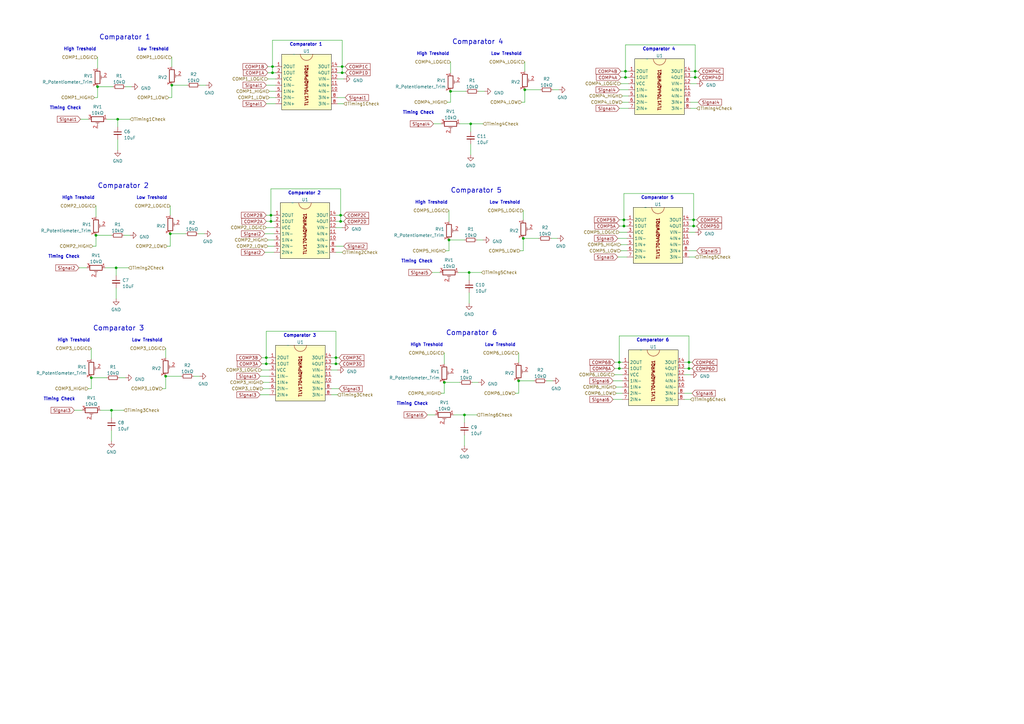
<source format=kicad_sch>
(kicad_sch (version 20230121) (generator eeschema)
  (paper "A3")
  (lib_symbols
    (symbol "ComparatorICs:TLV1704AQPWRQ1_"
      (property "Reference" "U" (at 0 10.16 0))
      (symbol "TLV1704AQPWRQ1__1_1"
        (rectangle (start -10.16 7.62) (end 10.16 -15.24) (stroke (width 0) (color 0 0 0 1)) (fill (type background)))
        (arc (start -2.54 7.62) (mid -1.7961 5.8239) (end 0 5.08))
        (arc (start 0 5.08) (mid 1.7961 5.8239) (end 2.54 7.62))
        (text "TLV1704AQPWRQ1" (at 0 -5.08 900) (effects (font (size 1.27 1.27) bold)))
        (pin open_collector line (at -12.7 2.54 0) (length 2.54) (name "2OUT") (number "1"))
        (pin input line (at 12.7 -7.62 180) (length 2.54) (name "4IN-") (number "10"))
        (pin input line (at 12.7 -5.08 180) (length 2.54) (name "4IN+") (number "11"))
        (pin power_in line (at 12.7 -2.54 180) (length 2.54) (name "VIN-") (number "12"))
        (pin open_collector line (at 12.7 0 180) (length 2.54) (name "4OUT") (number "13"))
        (pin open_collector line (at 12.7 2.54 180) (length 2.54) (name "3OUT") (number "14"))
        (pin open_collector line (at -12.7 0 0) (length 2.54) (name "1OUT") (number "2"))
        (pin power_in line (at -12.7 -2.54 0) (length 2.54) (name "VCC") (number "3"))
        (pin input line (at -12.7 -5.08 0) (length 2.54) (name "1IN-") (number "4"))
        (pin input line (at -12.7 -7.62 0) (length 2.54) (name "1IN+") (number "5"))
        (pin input line (at -12.7 -10.16 0) (length 2.54) (name "2IN-") (number "6"))
        (pin input line (at -12.7 -12.7 0) (length 2.54) (name "2IN+") (number "7"))
        (pin input line (at 12.7 -10.16 180) (length 2.54) (name "3IN+") (number "8"))
        (pin input line (at 12.7 -12.7 180) (length 2.54) (name "3IN-") (number "8"))
      )
    )
    (symbol "Device:C_Small" (pin_numbers hide) (pin_names (offset 0.254) hide)
      (property "Reference" "C" (at 0.254 1.778 0))
      (property "Value" "C_Small" (at 0.254 -2.032 0))
      (symbol "C_Small_0_1"
        (polyline (pts (xy -1.524 -0.508) (xy 1.524 -0.508)) (stroke (width 0.3302)))
        (polyline (pts (xy -1.524 0.508) (xy 1.524 0.508)) (stroke (width 0.3048)))
      )
      (symbol "C_Small_1_1"
        (pin passive line (at 0 2.54 270) (length 2.032) (name "~") (number "1"))
        (pin passive line (at 0 -2.54 90) (length 2.032) (name "~") (number "2"))
      )
    )
    (symbol "Device:R_Potentiometer_Trim" (pin_names (offset 1.016) hide)
      (property "Reference" "RV" (at -4.445 0 90))
      (property "Value" "R_Potentiometer_Trim" (at -2.54 0 90))
      (symbol "R_Potentiometer_Trim_0_1"
        (polyline (pts (xy 1.524 0.762) (xy 1.524 -0.762)))
        (polyline (pts (xy 2.54 0) (xy 1.524 0)))
        (rectangle (start 1.016 2.54) (end -1.016 -2.54) (stroke (width 0.254)))
      )
      (symbol "R_Potentiometer_Trim_1_1"
        (pin passive line (at 0 3.81 270) (length 1.27) (name "1") (number "1"))
        (pin passive line (at 3.81 0 180) (length 1.27) (name "2") (number "2"))
        (pin passive line (at 0 -3.81 90) (length 1.27) (name "3") (number "3"))
      )
    )
    (symbol "Device:R_Small" (pin_numbers hide) (pin_names (offset 0.254) hide)
      (property "Reference" "R" (at 0.762 0.508 0))
      (property "Value" "R_Small" (at 0.762 -1.016 0))
      (symbol "R_Small_0_1"
        (rectangle (start -0.762 1.778) (end 0.762 -1.778) (stroke (width 0.2032)))
      )
      (symbol "R_Small_1_1"
        (pin passive line (at 0 2.54 270) (length 0.762) (name "~") (number "1"))
        (pin passive line (at 0 -2.54 90) (length 0.762) (name "~") (number "2"))
      )
    )
    (symbol "power:GND" (power) (pin_names (offset 0))
      (property "Value" "GND" (at 0 -3.81 0))
      (symbol "GND_0_1"
        (polyline (pts (xy 0 0) (xy 0 -1.27) (xy 1.27 -1.27) (xy 0 -2.54) (xy -1.27 -1.27) (xy 0 -1.27)))
      )
      (symbol "GND_1_1"
        (pin power_in line (at 0 0 270) (length 0) hide (name "GND") (number "1"))
      )
    )
  )
  (junction (at 67.945 154.305))
  (junction (at 47.625 109.855))
  (junction (at 255.905 92.71))
  (junction (at 282.575 151.13))
  (junction (at 254 151.13))
  (junction (at 137.795 146.685))
  (junction (at 137.795 149.225))
  (junction (at 192.405 111.76))
  (junction (at 214.63 97.79))
  (junction (at 256.54 31.75))
  (junction (at 40.005 35.56))
  (junction (at 215.265 36.83))
  (junction (at 284.48 92.71))
  (junction (at 254 148.59))
  (junction (at 193.04 50.8))
  (junction (at 284.48 90.17))
  (junction (at 282.575 148.59))
  (junction (at 285.115 29.21))
  (junction (at 285.115 31.75))
  (junction (at 140.335 27.305))
  (junction (at 109.22 146.685))
  (junction (at 109.22 149.225))
  (junction (at 39.37 96.52))
  (junction (at 111.125 88.265))
  (junction (at 140.335 29.845))
  (junction (at 182.245 156.845))
  (junction (at 212.725 156.21))
  (junction (at 70.485 34.925))
  (junction (at 139.7 90.805))
  (junction (at 184.15 98.425))
  (junction (at 256.54 29.21))
  (junction (at 111.76 27.305))
  (junction (at 184.785 37.465))
  (junction (at 139.7 88.265))
  (junction (at 45.72 168.275))
  (junction (at 111.125 90.805))
  (junction (at 255.905 90.17))
  (junction (at 111.76 29.845))
  (junction (at 190.5 170.18))
  (junction (at 37.465 154.94))
  (junction (at 69.85 95.885))
  (junction (at 48.26 48.895))
  (wire (pts (xy 254.635 100.33) (xy 257.175 100.33)))
  (wire (pts (xy 254 148.59) (xy 255.27 148.59)))
  (wire (pts (xy 283.21 31.75) (xy 285.115 31.75)))
  (wire (pts (xy 193.04 50.8) (xy 198.12 50.8)))
  (wire (pts (xy 228.6 97.79) (xy 226.06 97.79)))
  (wire (pts (xy 109.22 88.265) (xy 111.125 88.265)))
  (wire (pts (xy 109.855 32.385) (xy 113.03 32.385)))
  (wire (pts (xy 47.625 109.855) (xy 52.705 109.855)))
  (wire (pts (xy 83.82 95.885) (xy 81.28 95.885)))
  (wire (pts (xy 84.455 34.925) (xy 81.915 34.925)))
  (wire (pts (xy 47.625 109.855) (xy 47.625 113.03)))
  (wire (pts (xy 37.465 142.875) (xy 37.465 147.32)))
  (wire (pts (xy 137.795 93.345) (xy 140.335 93.345)))
  (wire (pts (xy 109.22 93.345) (xy 112.395 93.345)))
  (wire (pts (xy 283.21 34.29) (xy 285.75 34.29)))
  (wire (pts (xy 106.68 154.305) (xy 110.49 154.305)))
  (wire (pts (xy 68.58 100.965) (xy 69.85 100.965)))
  (wire (pts (xy 254.635 34.29) (xy 257.81 34.29)))
  (wire (pts (xy 280.67 153.67) (xy 283.21 153.67)))
  (wire (pts (xy 139.7 77.47) (xy 139.7 88.265)))
  (wire (pts (xy 111.125 77.47) (xy 139.7 77.47)))
  (wire (pts (xy 282.575 102.87) (xy 285.75 102.87)))
  (wire (pts (xy 137.795 90.805) (xy 139.7 90.805)))
  (wire (pts (xy 140.335 16.51) (xy 140.335 27.305)))
  (wire (pts (xy 137.795 146.685) (xy 139.065 146.685)))
  (wire (pts (xy 188.595 50.8) (xy 193.04 50.8)))
  (wire (pts (xy 182.88 102.87) (xy 184.15 102.87)))
  (wire (pts (xy 255.905 90.17) (xy 255.905 92.71)))
  (wire (pts (xy 254.635 31.75) (xy 256.54 31.75)))
  (wire (pts (xy 137.795 100.965) (xy 140.97 100.965)))
  (wire (pts (xy 135.89 151.765) (xy 138.43 151.765)))
  (wire (pts (xy 140.335 27.305) (xy 141.605 27.305)))
  (wire (pts (xy 254 36.83) (xy 257.81 36.83)))
  (wire (pts (xy 43.815 48.895) (xy 48.26 48.895)))
  (wire (pts (xy 40.005 40.005) (xy 40.005 35.56)))
  (wire (pts (xy 252.73 158.75) (xy 255.27 158.75)))
  (wire (pts (xy 137.795 146.685) (xy 137.795 149.225)))
  (wire (pts (xy 135.89 161.925) (xy 138.43 161.925)))
  (wire (pts (xy 254 148.59) (xy 254 151.13)))
  (wire (pts (xy 39.37 100.965) (xy 39.37 96.52)))
  (wire (pts (xy 251.46 163.83) (xy 255.27 163.83)))
  (wire (pts (xy 137.795 88.265) (xy 139.7 88.265)))
  (wire (pts (xy 253.365 97.79) (xy 257.175 97.79)))
  (wire (pts (xy 182.245 156.845) (xy 188.595 156.845)))
  (wire (pts (xy 47.625 118.11) (xy 47.625 122.555)))
  (wire (pts (xy 190.5 170.18) (xy 190.5 173.355)))
  (wire (pts (xy 139.7 90.805) (xy 140.97 90.805)))
  (wire (pts (xy 111.125 88.265) (xy 112.395 88.265)))
  (wire (pts (xy 193.04 50.8) (xy 193.04 53.975)))
  (wire (pts (xy 186.055 170.18) (xy 190.5 170.18)))
  (wire (pts (xy 70.485 40.005) (xy 70.485 34.925)))
  (wire (pts (xy 36.195 159.385) (xy 37.465 159.385)))
  (wire (pts (xy 229.235 36.83) (xy 226.695 36.83)))
  (wire (pts (xy 254 90.17) (xy 255.905 90.17)))
  (wire (pts (xy 285.115 18.415) (xy 285.115 29.21)))
  (wire (pts (xy 70.485 23.495) (xy 70.485 27.305)))
  (wire (pts (xy 45.72 168.275) (xy 45.72 171.45)))
  (wire (pts (xy 254 148.59) (xy 254 137.795)))
  (wire (pts (xy 111.76 27.305) (xy 113.03 27.305)))
  (wire (pts (xy 252.095 148.59) (xy 254 148.59)))
  (wire (pts (xy 212.725 161.29) (xy 212.725 156.21)))
  (wire (pts (xy 252.095 151.13) (xy 254 151.13)))
  (wire (pts (xy 177.165 111.76) (xy 180.34 111.76)))
  (wire (pts (xy 198.12 98.425) (xy 195.58 98.425)))
  (wire (pts (xy 138.43 27.305) (xy 140.335 27.305)))
  (wire (pts (xy 67.945 142.875) (xy 67.945 146.685)))
  (wire (pts (xy 108.585 103.505) (xy 112.395 103.505)))
  (wire (pts (xy 183.515 41.91) (xy 184.785 41.91)))
  (wire (pts (xy 193.04 59.055) (xy 193.04 63.5)))
  (wire (pts (xy 282.575 151.13) (xy 283.845 151.13)))
  (wire (pts (xy 109.855 98.425) (xy 112.395 98.425)))
  (wire (pts (xy 280.67 151.13) (xy 282.575 151.13)))
  (wire (pts (xy 255.27 39.37) (xy 257.81 39.37)))
  (wire (pts (xy 252.73 161.29) (xy 255.27 161.29)))
  (wire (pts (xy 139.7 88.265) (xy 140.97 88.265)))
  (wire (pts (xy 37.465 154.94) (xy 43.815 154.94)))
  (wire (pts (xy 213.995 41.91) (xy 215.265 41.91)))
  (wire (pts (xy 255.905 90.17) (xy 255.905 79.375)))
  (wire (pts (xy 67.945 159.385) (xy 67.945 154.305)))
  (wire (pts (xy 256.54 29.21) (xy 256.54 18.415)))
  (wire (pts (xy 138.43 32.385) (xy 140.97 32.385)))
  (wire (pts (xy 196.215 156.845) (xy 193.675 156.845)))
  (wire (pts (xy 111.76 16.51) (xy 140.335 16.51)))
  (wire (pts (xy 109.22 149.225) (xy 110.49 149.225)))
  (wire (pts (xy 280.67 163.83) (xy 283.21 163.83)))
  (wire (pts (xy 283.21 29.21) (xy 285.115 29.21)))
  (wire (pts (xy 253.365 105.41) (xy 257.175 105.41)))
  (wire (pts (xy 33.02 48.895) (xy 36.195 48.895)))
  (wire (pts (xy 254 95.25) (xy 257.175 95.25)))
  (wire (pts (xy 66.675 159.385) (xy 67.945 159.385)))
  (wire (pts (xy 107.315 149.225) (xy 109.22 149.225)))
  (wire (pts (xy 137.795 135.89) (xy 137.795 146.685)))
  (wire (pts (xy 254 44.45) (xy 257.81 44.45)))
  (wire (pts (xy 182.245 144.78) (xy 182.245 149.225)))
  (wire (pts (xy 107.95 156.845) (xy 110.49 156.845)))
  (wire (pts (xy 254 92.71) (xy 255.905 92.71)))
  (wire (pts (xy 192.405 111.76) (xy 192.405 114.935)))
  (wire (pts (xy 256.54 29.21) (xy 257.81 29.21)))
  (wire (pts (xy 284.48 92.71) (xy 285.75 92.71)))
  (wire (pts (xy 215.265 25.4) (xy 215.265 29.21)))
  (wire (pts (xy 111.125 90.805) (xy 112.395 90.805)))
  (wire (pts (xy 214.63 97.79) (xy 220.98 97.79)))
  (wire (pts (xy 283.21 44.45) (xy 285.75 44.45)))
  (wire (pts (xy 140.335 29.845) (xy 141.605 29.845)))
  (wire (pts (xy 53.34 96.52) (xy 50.8 96.52)))
  (wire (pts (xy 180.975 161.29) (xy 182.245 161.29)))
  (wire (pts (xy 48.26 48.895) (xy 53.34 48.895)))
  (wire (pts (xy 70.485 34.925) (xy 76.835 34.925)))
  (wire (pts (xy 48.26 57.15) (xy 48.26 61.595)))
  (wire (pts (xy 109.22 34.925) (xy 113.03 34.925)))
  (wire (pts (xy 256.54 18.415) (xy 285.115 18.415)))
  (wire (pts (xy 255.905 90.17) (xy 257.175 90.17)))
  (wire (pts (xy 110.49 40.005) (xy 113.03 40.005)))
  (wire (pts (xy 108.585 95.885) (xy 112.395 95.885)))
  (wire (pts (xy 214.63 86.36) (xy 214.63 90.17)))
  (wire (pts (xy 255.905 79.375) (xy 284.48 79.375)))
  (wire (pts (xy 69.85 95.885) (xy 76.2 95.885)))
  (wire (pts (xy 135.89 149.225) (xy 137.795 149.225)))
  (wire (pts (xy 109.22 146.685) (xy 110.49 146.685)))
  (wire (pts (xy 254.635 102.87) (xy 257.175 102.87)))
  (wire (pts (xy 190.5 170.18) (xy 195.58 170.18)))
  (wire (pts (xy 107.315 146.685) (xy 109.22 146.685)))
  (wire (pts (xy 111.125 88.265) (xy 111.125 90.805)))
  (wire (pts (xy 226.695 156.21) (xy 224.155 156.21)))
  (wire (pts (xy 135.89 159.385) (xy 139.065 159.385)))
  (wire (pts (xy 107.95 159.385) (xy 110.49 159.385)))
  (wire (pts (xy 184.785 25.4) (xy 184.785 29.845)))
  (wire (pts (xy 111.76 29.845) (xy 113.03 29.845)))
  (wire (pts (xy 255.905 92.71) (xy 257.175 92.71)))
  (wire (pts (xy 282.575 148.59) (xy 282.575 151.13)))
  (wire (pts (xy 184.15 102.87) (xy 184.15 98.425)))
  (wire (pts (xy 39.37 84.455) (xy 39.37 88.9)))
  (wire (pts (xy 283.21 41.91) (xy 286.385 41.91)))
  (wire (pts (xy 107.315 151.765) (xy 110.49 151.765)))
  (wire (pts (xy 135.89 146.685) (xy 137.795 146.685)))
  (wire (pts (xy 254.635 29.21) (xy 256.54 29.21)))
  (wire (pts (xy 212.725 156.21) (xy 219.075 156.21)))
  (wire (pts (xy 45.72 176.53) (xy 45.72 180.975)))
  (wire (pts (xy 40.005 23.495) (xy 40.005 27.94)))
  (wire (pts (xy 51.435 154.94) (xy 48.895 154.94)))
  (wire (pts (xy 192.405 120.015) (xy 192.405 124.46)))
  (wire (pts (xy 175.26 170.18) (xy 178.435 170.18)))
  (wire (pts (xy 282.575 92.71) (xy 284.48 92.71)))
  (wire (pts (xy 138.43 29.845) (xy 140.335 29.845)))
  (wire (pts (xy 285.115 29.21) (xy 285.115 31.75)))
  (wire (pts (xy 109.22 42.545) (xy 113.03 42.545)))
  (wire (pts (xy 212.725 144.78) (xy 212.725 148.59)))
  (wire (pts (xy 254 137.795) (xy 282.575 137.795)))
  (wire (pts (xy 213.36 102.87) (xy 214.63 102.87)))
  (wire (pts (xy 137.795 103.505) (xy 140.335 103.505)))
  (wire (pts (xy 198.755 37.465) (xy 196.215 37.465)))
  (wire (pts (xy 109.22 146.685) (xy 109.22 149.225)))
  (wire (pts (xy 45.72 168.275) (xy 50.8 168.275)))
  (wire (pts (xy 81.915 154.305) (xy 79.375 154.305)))
  (wire (pts (xy 109.855 29.845) (xy 111.76 29.845)))
  (wire (pts (xy 138.43 40.005) (xy 141.605 40.005)))
  (wire (pts (xy 284.48 90.17) (xy 284.48 92.71)))
  (wire (pts (xy 282.575 95.25) (xy 285.115 95.25)))
  (wire (pts (xy 215.265 36.83) (xy 221.615 36.83)))
  (wire (pts (xy 37.465 159.385) (xy 37.465 154.94)))
  (wire (pts (xy 285.115 31.75) (xy 286.385 31.75)))
  (wire (pts (xy 38.1 100.965) (xy 39.37 100.965)))
  (wire (pts (xy 184.15 86.36) (xy 184.15 90.805)))
  (wire (pts (xy 41.275 168.275) (xy 45.72 168.275)))
  (wire (pts (xy 211.455 161.29) (xy 212.725 161.29)))
  (wire (pts (xy 285.115 29.21) (xy 286.385 29.21)))
  (wire (pts (xy 282.575 148.59) (xy 283.845 148.59)))
  (wire (pts (xy 111.125 88.265) (xy 111.125 77.47)))
  (wire (pts (xy 53.975 35.56) (xy 51.435 35.56)))
  (wire (pts (xy 67.945 154.305) (xy 74.295 154.305)))
  (wire (pts (xy 138.43 42.545) (xy 140.97 42.545)))
  (wire (pts (xy 184.15 98.425) (xy 190.5 98.425)))
  (wire (pts (xy 215.265 41.91) (xy 215.265 36.83)))
  (wire (pts (xy 252.095 153.67) (xy 255.27 153.67)))
  (wire (pts (xy 254 151.13) (xy 255.27 151.13)))
  (wire (pts (xy 111.76 27.305) (xy 111.76 29.845)))
  (wire (pts (xy 256.54 31.75) (xy 257.81 31.75)))
  (wire (pts (xy 192.405 111.76) (xy 197.485 111.76)))
  (wire (pts (xy 251.46 156.21) (xy 255.27 156.21)))
  (wire (pts (xy 184.785 41.91) (xy 184.785 37.465)))
  (wire (pts (xy 32.385 109.855) (xy 35.56 109.855)))
  (wire (pts (xy 38.735 40.005) (xy 40.005 40.005)))
  (wire (pts (xy 30.48 168.275) (xy 33.655 168.275)))
  (wire (pts (xy 280.67 161.29) (xy 283.845 161.29)))
  (wire (pts (xy 282.575 105.41) (xy 285.115 105.41)))
  (wire (pts (xy 110.49 37.465) (xy 113.03 37.465)))
  (wire (pts (xy 256.54 29.21) (xy 256.54 31.75)))
  (wire (pts (xy 111.76 27.305) (xy 111.76 16.51)))
  (wire (pts (xy 109.22 135.89) (xy 137.795 135.89)))
  (wire (pts (xy 139.7 88.265) (xy 139.7 90.805)))
  (wire (pts (xy 69.85 84.455) (xy 69.85 88.265)))
  (wire (pts (xy 109.855 27.305) (xy 111.76 27.305)))
  (wire (pts (xy 190.5 178.435) (xy 190.5 182.88)))
  (wire (pts (xy 187.96 111.76) (xy 192.405 111.76)))
  (wire (pts (xy 177.8 50.8) (xy 180.975 50.8)))
  (wire (pts (xy 106.68 161.925) (xy 110.49 161.925)))
  (wire (pts (xy 39.37 96.52) (xy 45.72 96.52)))
  (wire (pts (xy 40.005 35.56) (xy 46.355 35.56)))
  (wire (pts (xy 137.795 149.225) (xy 139.065 149.225)))
  (wire (pts (xy 284.48 90.17) (xy 285.75 90.17)))
  (wire (pts (xy 109.855 100.965) (xy 112.395 100.965)))
  (wire (pts (xy 109.22 90.805) (xy 111.125 90.805)))
  (wire (pts (xy 255.27 41.91) (xy 257.81 41.91)))
  (wire (pts (xy 284.48 79.375) (xy 284.48 90.17)))
  (wire (pts (xy 214.63 102.87) (xy 214.63 97.79)))
  (wire (pts (xy 182.245 161.29) (xy 182.245 156.845)))
  (wire (pts (xy 109.22 146.685) (xy 109.22 135.89)))
  (wire (pts (xy 282.575 90.17) (xy 284.48 90.17)))
  (wire (pts (xy 280.67 148.59) (xy 282.575 148.59)))
  (wire (pts (xy 69.215 40.005) (xy 70.485 40.005)))
  (wire (pts (xy 282.575 137.795) (xy 282.575 148.59)))
  (wire (pts (xy 48.26 48.895) (xy 48.26 52.07)))
  (wire (pts (xy 140.335 27.305) (xy 140.335 29.845)))
  (wire (pts (xy 69.85 100.965) (xy 69.85 95.885)))
  (wire (pts (xy 184.785 37.465) (xy 191.135 37.465)))
  (wire (pts (xy 43.18 109.855) (xy 47.625 109.855)))
  (text "Comparator 3" (at 116.205 138.43 0) (effects (font (size 1.27 1.27) (thickness 0.254) bold) (justify left bottom)))
  (text "Timing Check\n" (at 162.56 166.37 0) (effects (font (size 1.27 1.27) (thickness 0.254) bold) (justify left bottom)))
  (text "Timing Check\n" (at 19.685 106.045 0) (effects (font (size 1.27 1.27) (thickness 0.254) bold) (justify left bottom)))
  (text "Comparator 2" (at 118.11 80.01 0) (effects (font (size 1.27 1.27) (thickness 0.254) bold) (justify left bottom)))
  (text "Comparator 4" (at 263.525 20.955 0) (effects (font (size 1.27 1.27) (thickness 0.254) bold) (justify left bottom)))
  (text "Comparator 1" (at 40.64 16.51 0) (effects (font (size 2 2) (thickness 0.254) bold) (justify left bottom)))
  (text "Low Treshold" (at 198.755 142.24 0) (effects (font (size 1.27 1.27) (thickness 0.254) bold) (justify left bottom)))
  (text "Comparator 1" (at 118.745 19.05 0) (effects (font (size 1.27 1.27) (thickness 0.254) bold) (justify left bottom)))
  (text "Low Treshold" (at 201.295 22.86 0) (effects (font (size 1.27 1.27) (thickness 0.254) bold) (justify left bottom)))
  (text "Comparator 4" (at 185.42 18.415 0) (effects (font (size 2 2) (thickness 0.254) bold) (justify left bottom)))
  (text "Comparator 6\n" (at 260.985 140.335 0) (effects (font (size 1.27 1.27) (thickness 0.254) bold) (justify left bottom)))
  (text "High Treshold" (at 170.18 83.82 0) (effects (font (size 1.27 1.27) (thickness 0.254) bold) (justify left bottom)))
  (text "High Treshold" (at 23.495 140.335 0) (effects (font (size 1.27 1.27) (thickness 0.254) bold) (justify left bottom)))
  (text "Timing Check\n" (at 165.1 46.99 0) (effects (font (size 1.27 1.27) (thickness 0.254) bold) (justify left bottom)))
  (text "Comparator 3" (at 38.1 135.89 0) (effects (font (size 2 2) (thickness 0.254) bold) (justify left bottom)))
  (text "Timing Check\n" (at 17.78 164.465 0) (effects (font (size 1.27 1.27) (thickness 0.254) bold) (justify left bottom)))
  (text "Comparator 6" (at 182.88 137.795 0) (effects (font (size 2 2) (thickness 0.254) bold) (justify left bottom)))
  (text "Timing Check\n" (at 164.465 107.95 0) (effects (font (size 1.27 1.27) (thickness 0.254) bold) (justify left bottom)))
  (text "Timing Check\n" (at 20.32 45.085 0) (effects (font (size 1.27 1.27) (thickness 0.254) bold) (justify left bottom)))
  (text "Comparator 5" (at 184.785 79.375 0) (effects (font (size 2 2) (thickness 0.254) bold) (justify left bottom)))
  (text "Comparator 5" (at 262.89 81.915 0) (effects (font (size 1.27 1.27) (thickness 0.254) bold) (justify left bottom)))
  (text "Comparator 2" (at 40.005 77.47 0) (effects (font (size 2 2) (thickness 0.254) bold) (justify left bottom)))
  (text "Low Treshold" (at 56.515 20.955 0) (effects (font (size 1.27 1.27) (thickness 0.254) bold) (justify left bottom)))
  (text "High Treshold" (at 26.035 20.955 0) (effects (font (size 1.27 1.27) (thickness 0.254) bold) (justify left bottom)))
  (text "High Treshold" (at 25.4 81.915 0) (effects (font (size 1.27 1.27) (thickness 0.254) bold) (justify left bottom)))
  (text "Low Treshold" (at 53.975 140.335 0) (effects (font (size 1.27 1.27) (thickness 0.254) bold) (justify left bottom)))
  (text "Low Treshold" (at 200.66 83.82 0) (effects (font (size 1.27 1.27) (thickness 0.254) bold) (justify left bottom)))
  (text "High Treshold" (at 170.815 22.86 0) (effects (font (size 1.27 1.27) (thickness 0.254) bold) (justify left bottom)))
  (text "High Treshold" (at 168.275 142.24 0) (effects (font (size 1.27 1.27) (thickness 0.254) bold) (justify left bottom)))
  (text "Low Treshold" (at 55.88 81.915 0) (effects (font (size 1.27 1.27) (thickness 0.254) bold) (justify left bottom)))
  (global_label "Signal1" (shape input) (at 33.02 48.895 180) (property "Intersheetrefs" "${INTERSHEET_REFS}" (effects hide)))
  (global_label "COMP5B" (shape input) (at 254 90.17 180) (property "Intersheetrefs" "${INTERSHEET_REFS}" (effects hide)))
  (global_label "Signal6" (shape input) (at 251.46 156.21 180) (property "Intersheetrefs" "${INTERSHEET_REFS}" (effects hide)))
  (global_label "COMP4B" (shape input) (at 254.635 29.21 180) (property "Intersheetrefs" "${INTERSHEET_REFS}" (effects hide)))
  (global_label "COMP6C" (shape input) (at 283.845 148.59 0) (property "Intersheetrefs" "${INTERSHEET_REFS}" (effects hide)))
  (global_label "Signal3" (shape input) (at 139.065 159.385 0) (property "Intersheetrefs" "${INTERSHEET_REFS}" (effects hide)))
  (global_label "Signal3" (shape input) (at 106.68 161.925 180) (property "Intersheetrefs" "${INTERSHEET_REFS}" (effects hide)))
  (global_label "COMP5C" (shape input) (at 285.75 90.17 0) (property "Intersheetrefs" "${INTERSHEET_REFS}" (effects hide)))
  (global_label "Signal4" (shape input) (at 177.8 50.8 180) (property "Intersheetrefs" "${INTERSHEET_REFS}" (effects hide)))
  (global_label "Signal1" (shape input) (at 141.605 40.005 0) (property "Intersheetrefs" "${INTERSHEET_REFS}" (effects hide)))
  (global_label "COMP1D" (shape input) (at 141.605 29.845 0) (property "Intersheetrefs" "${INTERSHEET_REFS}" (effects hide)))
  (global_label "Signal5" (shape input) (at 253.365 105.41 180) (property "Intersheetrefs" "${INTERSHEET_REFS}" (effects hide)))
  (global_label "COMP4D" (shape input) (at 286.385 31.75 0) (property "Intersheetrefs" "${INTERSHEET_REFS}" (effects hide)))
  (global_label "Signal4" (shape input) (at 286.385 41.91 0) (property "Intersheetrefs" "${INTERSHEET_REFS}" (effects hide)))
  (global_label "Signal3" (shape input) (at 30.48 168.275 180) (property "Intersheetrefs" "${INTERSHEET_REFS}" (effects hide)))
  (global_label "COMP3D" (shape input) (at 139.065 149.225 0) (property "Intersheetrefs" "${INTERSHEET_REFS}" (effects hide)))
  (global_label "COMP6B" (shape input) (at 252.095 148.59 180) (property "Intersheetrefs" "${INTERSHEET_REFS}" (effects hide)))
  (global_label "COMP1C" (shape input) (at 141.605 27.305 0) (property "Intersheetrefs" "${INTERSHEET_REFS}" (effects hide)))
  (global_label "Signal2" (shape input) (at 140.97 100.965 0) (property "Intersheetrefs" "${INTERSHEET_REFS}" (effects hide)))
  (global_label "COMP2D" (shape input) (at 140.97 90.805 0) (property "Intersheetrefs" "${INTERSHEET_REFS}" (effects hide)))
  (global_label "COMP3A" (shape input) (at 107.315 149.225 180) (property "Intersheetrefs" "${INTERSHEET_REFS}" (effects hide)))
  (global_label "COMP6A" (shape input) (at 252.095 151.13 180) (property "Intersheetrefs" "${INTERSHEET_REFS}" (effects hide)))
  (global_label "COMP3B" (shape input) (at 107.315 146.685 180) (property "Intersheetrefs" "${INTERSHEET_REFS}" (effects hide)))
  (global_label "COMP2A" (shape input) (at 109.22 90.805 180) (property "Intersheetrefs" "${INTERSHEET_REFS}" (effects hide)))
  (global_label "COMP5A" (shape input) (at 254 92.71 180) (property "Intersheetrefs" "${INTERSHEET_REFS}" (effects hide)))
  (global_label "Signal1" (shape input) (at 109.22 42.545 180) (property "Intersheetrefs" "${INTERSHEET_REFS}" (effects hide)))
  (global_label "Signal3" (shape input) (at 106.68 154.305 180) (property "Intersheetrefs" "${INTERSHEET_REFS}" (effects hide)))
  (global_label "Signal4" (shape input) (at 254 44.45 180) (property "Intersheetrefs" "${INTERSHEET_REFS}" (effects hide)))
  (global_label "COMP5D" (shape input) (at 285.75 92.71 0) (property "Intersheetrefs" "${INTERSHEET_REFS}" (effects hide)))
  (global_label "Signal5" (shape input) (at 253.365 97.79 180) (property "Intersheetrefs" "${INTERSHEET_REFS}" (effects hide)))
  (global_label "COMP1B" (shape input) (at 109.855 27.305 180) (property "Intersheetrefs" "${INTERSHEET_REFS}" (effects hide)))
  (global_label "Signal1" (shape input) (at 109.22 34.925 180) (property "Intersheetrefs" "${INTERSHEET_REFS}" (effects hide)))
  (global_label "Signal6" (shape input) (at 283.845 161.29 0) (property "Intersheetrefs" "${INTERSHEET_REFS}" (effects hide)))
  (global_label "COMP6D" (shape input) (at 283.845 151.13 0) (property "Intersheetrefs" "${INTERSHEET_REFS}" (effects hide)))
  (global_label "Signal2" (shape input) (at 32.385 109.855 180) (property "Intersheetrefs" "${INTERSHEET_REFS}" (effects hide)))
  (global_label "Signal2" (shape input) (at 108.585 95.885 180) (property "Intersheetrefs" "${INTERSHEET_REFS}" (effects hide)))
  (global_label "COMP1A" (shape input) (at 109.855 29.845 180) (property "Intersheetrefs" "${INTERSHEET_REFS}" (effects hide)))
  (global_label "COMP2C" (shape input) (at 140.97 88.265 0) (property "Intersheetrefs" "${INTERSHEET_REFS}" (effects hide)))
  (global_label "Signal5" (shape input) (at 177.165 111.76 180) (property "Intersheetrefs" "${INTERSHEET_REFS}" (effects hide)))
  (global_label "Signal5" (shape input) (at 285.75 102.87 0) (property "Intersheetrefs" "${INTERSHEET_REFS}" (effects hide)))
  (global_label "Signal4" (shape input) (at 254 36.83 180) (property "Intersheetrefs" "${INTERSHEET_REFS}" (effects hide)))
  (global_label "COMP4C" (shape input) (at 286.385 29.21 0) (property "Intersheetrefs" "${INTERSHEET_REFS}" (effects hide)))
  (global_label "Signal2" (shape input) (at 108.585 103.505 180) (property "Intersheetrefs" "${INTERSHEET_REFS}" (effects hide)))
  (global_label "Signal6" (shape input) (at 175.26 170.18 180) (property "Intersheetrefs" "${INTERSHEET_REFS}" (effects hide)))
  (global_label "Signal6" (shape input) (at 251.46 163.83 180) (property "Intersheetrefs" "${INTERSHEET_REFS}" (effects hide)))
  (global_label "COMP2B" (shape input) (at 109.22 88.265 180) (property "Intersheetrefs" "${INTERSHEET_REFS}" (effects hide)))
  (global_label "COMP3C" (shape input) (at 139.065 146.685 0) (property "Intersheetrefs" "${INTERSHEET_REFS}" (effects hide)))
  (global_label "COMP4A" (shape input) (at 254.635 31.75 180) (property "Intersheetrefs" "${INTERSHEET_REFS}" (effects hide)))
  (hierarchical_label "Timing3Check" (shape input) (at 138.43 161.925 0) (property "Intersheetrefs" "${INTERSHEET_REFS}" (effects hide)))
  (hierarchical_label "Timing3Check" (shape input) (at 50.8 168.275 0) (property "Intersheetrefs" "${INTERSHEET_REFS}" (effects hide)))
  (hierarchical_label "COMP4_LOGIC" (shape input) (at 254.635 34.29 180) (property "Intersheetrefs" "${INTERSHEET_REFS}" (effects hide)))
  (hierarchical_label "COMP5_LOGIC" (shape input) (at 254 95.25 180) (property "Intersheetrefs" "${INTERSHEET_REFS}" (effects hide)))
  (hierarchical_label "COMP3_LOW" (shape input) (at 107.95 159.385 180) (property "Intersheetrefs" "${INTERSHEET_REFS}" (effects hide)))
  (hierarchical_label "COMP3_LOGIC" (shape input) (at 67.945 142.875 180) (property "Intersheetrefs" "${INTERSHEET_REFS}" (effects hide)))
  (hierarchical_label "COMP6_LOGIC" (shape input) (at 212.725 144.78 180) (property "Intersheetrefs" "${INTERSHEET_REFS}" (effects hide)))
  (hierarchical_label "COMP2_HIGH" (shape input) (at 109.855 98.425 180) (property "Intersheetrefs" "${INTERSHEET_REFS}" (effects hide)))
  (hierarchical_label "COMP5_HIGH" (shape input) (at 182.88 102.87 180) (property "Intersheetrefs" "${INTERSHEET_REFS}" (effects hide)))
  (hierarchical_label "Timing6Check" (shape input) (at 283.21 163.83 0) (property "Intersheetrefs" "${INTERSHEET_REFS}" (effects hide)))
  (hierarchical_label "COMP4_LOW" (shape input) (at 255.27 41.91 180) (property "Intersheetrefs" "${INTERSHEET_REFS}" (effects hide)))
  (hierarchical_label "COMP1_HIGH" (shape input) (at 110.49 37.465 180) (property "Intersheetrefs" "${INTERSHEET_REFS}" (effects hide)))
  (hierarchical_label "COMP2_LOW" (shape input) (at 68.58 100.965 180) (property "Intersheetrefs" "${INTERSHEET_REFS}" (effects hide)))
  (hierarchical_label "COMP6_LOGIC" (shape input) (at 252.095 153.67 180) (property "Intersheetrefs" "${INTERSHEET_REFS}" (effects hide)))
  (hierarchical_label "COMP5_HIGH" (shape input) (at 254.635 100.33 180) (property "Intersheetrefs" "${INTERSHEET_REFS}" (effects hide)))
  (hierarchical_label "COMP1_LOGIC" (shape input) (at 70.485 23.495 180) (property "Intersheetrefs" "${INTERSHEET_REFS}" (effects hide)))
  (hierarchical_label "COMP3_HIGH" (shape input) (at 107.95 156.845 180) (property "Intersheetrefs" "${INTERSHEET_REFS}" (effects hide)))
  (hierarchical_label "COMP2_LOW" (shape input) (at 109.855 100.965 180) (property "Intersheetrefs" "${INTERSHEET_REFS}" (effects hide)))
  (hierarchical_label "Timing4Check" (shape input) (at 198.12 50.8 0) (property "Intersheetrefs" "${INTERSHEET_REFS}" (effects hide)))
  (hierarchical_label "COMP4_LOGIC" (shape input) (at 184.785 25.4 180) (property "Intersheetrefs" "${INTERSHEET_REFS}" (effects hide)))
  (hierarchical_label "Timing5Check" (shape input) (at 197.485 111.76 0) (property "Intersheetrefs" "${INTERSHEET_REFS}" (effects hide)))
  (hierarchical_label "COMP4_LOW" (shape input) (at 213.995 41.91 180) (property "Intersheetrefs" "${INTERSHEET_REFS}" (effects hide)))
  (hierarchical_label "COMP3_LOGIC" (shape input) (at 107.315 151.765 180) (property "Intersheetrefs" "${INTERSHEET_REFS}" (effects hide)))
  (hierarchical_label "Timing2Check" (shape input) (at 140.335 103.505 0) (property "Intersheetrefs" "${INTERSHEET_REFS}" (effects hide)))
  (hierarchical_label "COMP1_LOW" (shape input) (at 69.215 40.005 180) (property "Intersheetrefs" "${INTERSHEET_REFS}" (effects hide)))
  (hierarchical_label "COMP1_LOGIC" (shape input) (at 109.855 32.385 180) (property "Intersheetrefs" "${INTERSHEET_REFS}" (effects hide)))
  (hierarchical_label "COMP5_LOW" (shape input) (at 213.36 102.87 180) (property "Intersheetrefs" "${INTERSHEET_REFS}" (effects hide)))
  (hierarchical_label "COMP5_LOGIC" (shape input) (at 184.15 86.36 180) (property "Intersheetrefs" "${INTERSHEET_REFS}" (effects hide)))
  (hierarchical_label "COMP4_HIGH" (shape input) (at 255.27 39.37 180) (property "Intersheetrefs" "${INTERSHEET_REFS}" (effects hide)))
  (hierarchical_label "COMP1_HIGH" (shape input) (at 38.735 40.005 180) (property "Intersheetrefs" "${INTERSHEET_REFS}" (effects hide)))
  (hierarchical_label "Timing5Check" (shape input) (at 285.115 105.41 0) (property "Intersheetrefs" "${INTERSHEET_REFS}" (effects hide)))
  (hierarchical_label "COMP4_HIGH" (shape input) (at 183.515 41.91 180) (property "Intersheetrefs" "${INTERSHEET_REFS}" (effects hide)))
  (hierarchical_label "Timing4Check" (shape input) (at 285.75 44.45 0) (property "Intersheetrefs" "${INTERSHEET_REFS}" (effects hide)))
  (hierarchical_label "COMP1_LOGIC" (shape input) (at 40.005 23.495 180) (property "Intersheetrefs" "${INTERSHEET_REFS}" (effects hide)))
  (hierarchical_label "COMP6_LOW" (shape input) (at 211.455 161.29 180) (property "Intersheetrefs" "${INTERSHEET_REFS}" (effects hide)))
  (hierarchical_label "COMP2_LOGIC" (shape input) (at 69.85 84.455 180) (property "Intersheetrefs" "${INTERSHEET_REFS}" (effects hide)))
  (hierarchical_label "COMP6_HIGH" (shape input) (at 180.975 161.29 180) (property "Intersheetrefs" "${INTERSHEET_REFS}" (effects hide)))
  (hierarchical_label "COMP4_LOGIC" (shape input) (at 215.265 25.4 180) (property "Intersheetrefs" "${INTERSHEET_REFS}" (effects hide)))
  (hierarchical_label "COMP2_LOGIC" (shape input) (at 109.22 93.345 180) (property "Intersheetrefs" "${INTERSHEET_REFS}" (effects hide)))
  (hierarchical_label "COMP6_HIGH" (shape input) (at 252.73 158.75 180) (property "Intersheetrefs" "${INTERSHEET_REFS}" (effects hide)))
  (hierarchical_label "Timing2Check" (shape input) (at 52.705 109.855 0) (property "Intersheetrefs" "${INTERSHEET_REFS}" (effects hide)))
  (hierarchical_label "COMP3_LOGIC" (shape input) (at 37.465 142.875 180) (property "Intersheetrefs" "${INTERSHEET_REFS}" (effects hide)))
  (hierarchical_label "Timing1Check" (shape input) (at 140.97 42.545 0) (property "Intersheetrefs" "${INTERSHEET_REFS}" (effects hide)))
  (hierarchical_label "Timing1Check" (shape input) (at 53.34 48.895 0) (property "Intersheetrefs" "${INTERSHEET_REFS}" (effects hide)))
  (hierarchical_label "COMP3_HIGH" (shape input) (at 36.195 159.385 180) (property "Intersheetrefs" "${INTERSHEET_REFS}" (effects hide)))
  (hierarchical_label "COMP3_LOW" (shape input) (at 66.675 159.385 180) (property "Intersheetrefs" "${INTERSHEET_REFS}" (effects hide)))
  (hierarchical_label "COMP6_LOW" (shape input) (at 252.73 161.29 180) (property "Intersheetrefs" "${INTERSHEET_REFS}" (effects hide)))
  (hierarchical_label "COMP5_LOW" (shape input) (at 254.635 102.87 180) (property "Intersheetrefs" "${INTERSHEET_REFS}" (effects hide)))
  (hierarchical_label "Timing6Check" (shape input) (at 195.58 170.18 0) (property "Intersheetrefs" "${INTERSHEET_REFS}" (effects hide)))
  (hierarchical_label "COMP2_HIGH" (shape input) (at 38.1 100.965 180) (property "Intersheetrefs" "${INTERSHEET_REFS}" (effects hide)))
  (hierarchical_label "COMP5_LOGIC" (shape input) (at 214.63 86.36 180) (property "Intersheetrefs" "${INTERSHEET_REFS}" (effects hide)))
  (hierarchical_label "COMP1_LOW" (shape input) (at 110.49 40.005 180) (property "Intersheetrefs" "${INTERSHEET_REFS}" (effects hide)))
  (hierarchical_label "COMP2_LOGIC" (shape input) (at 39.37 84.455 180) (property "Intersheetrefs" "${INTERSHEET_REFS}" (effects hide)))
  (hierarchical_label "COMP6_LOGIC" (shape input) (at 182.245 144.78 180) (property "Intersheetrefs" "${INTERSHEET_REFS}" (effects hide)))
  (symbol (lib_id "Device:R_Potentiometer_Trim") (at 214.63 93.98 0) (unit 1)
    (property "Reference" "RV2" (at 212.725 94.615 0) (effects (justify right)))
    (property "Value" "R_Potentiometer_Trim" (effects hide))
    (property "Footprint" "Potentiometer_THT:Potentiometer_Alpha_RD901F-40-00D_Single_Vertical_CircularHoles" (effects hide))
    (instances (project "UTCB" (path "" (reference "RV2") (unit 1)) (path "" (reference "RV17") (unit 1))))
  )
  (symbol (lib_id "Device:C_Small") (at 45.72 173.99 0) (unit 1)
    (property "Reference" "C8" (at 48.26 173.3613 0) (effects (justify left)))
    (property "Value" "10uF" (at 48.26 175.9013 0) (effects (justify left)))
    (property "Footprint" "Capacitor_SMD:C_0603_1608Metric" (effects hide))
  )
  (symbol (lib_id "power:GND") (at 198.755 37.465 90) (unit 1)
    (property "Reference" "#PWR012" (effects hide))
    (property "Value" "GND" (at 202.565 38.1 90) (effects (justify right)))
    (instances (project "UTCB" (path "" (reference "#PWR012") (unit 1)) (path "" (reference "#PWR0128") (unit 1))))
  )
  (symbol (lib_id "power:GND") (at 138.43 151.765 90) (unit 1)
    (property "Reference" "#PWR012" (effects hide))
    (property "Value" "GND" (at 142.24 152.4 90) (effects (justify right)))
    (instances (project "UTCB" (path "" (reference "#PWR012") (unit 1)) (path "" (reference "#PWR0122") (unit 1))))
  )
  (symbol (lib_id "Device:R_Potentiometer_Trim") (at 184.15 94.615 0) (unit 1)
    (property "Reference" "RV1" (at 182.245 93.98 0) (effects (justify right)))
    (property "Value" "R_Potentiometer_Trim" (at 182.245 96.52 0) (effects (justify right)))
    (property "Footprint" "Potentiometer_THT:Potentiometer_Alpha_RD901F-40-00D_Single_Vertical_CircularHoles" (effects hide))
    (instances (project "UTCB" (path "" (reference "RV1") (unit 1)) (path "" (reference "RV12") (unit 1))))
  )
  (symbol (lib_id "power:GND") (at 45.72 180.975 0) (unit 1)
    (property "Reference" "#PWR012" (effects hide))
    (property "Value" "GND" (at 45.72 185.42 0))
    (instances (project "UTCB" (path "" (reference "#PWR012") (unit 1)) (path "" (reference "#PWR0119") (unit 1))))
  )
  (symbol (lib_id "power:GND") (at 228.6 97.79 90) (unit 1)
    (property "Reference" "#PWR012" (effects hide))
    (property "Value" "GND" (at 227.965 100.965 90) (effects (justify right)))
    (instances (project "UTCB" (path "" (reference "#PWR012") (unit 1)) (path "" (reference "#PWR0130") (unit 1))))
  )
  (symbol (lib_id "Device:R_Small") (at 48.895 35.56 90) (unit 1)
    (property "Reference" "R1" (at 48.895 31.115 90))
    (property "Value" "10kΩ" (at 48.895 33.655 90))
    (property "Footprint" "Resistor_SMD:R_0603_1608Metric" (effects hide))
  )
  (symbol (lib_id "power:GND") (at 193.04 63.5 0) (unit 1)
    (property "Reference" "#PWR012" (effects hide))
    (property "Value" "GND" (at 193.04 67.945 0))
    (instances (project "UTCB" (path "" (reference "#PWR012") (unit 1)) (path "" (reference "#PWR0125") (unit 1))))
  )
  (symbol (lib_id "power:GND") (at 81.915 154.305 90) (unit 1)
    (property "Reference" "#PWR012" (effects hide))
    (property "Value" "GND" (at 81.28 157.48 90) (effects (justify right)))
    (instances (project "UTCB" (path "" (reference "#PWR012") (unit 1)) (path "" (reference "#PWR0121") (unit 1))))
  )
  (symbol (lib_id "Device:R_Potentiometer_Trim") (at 184.785 33.655 0) (unit 1)
    (property "Reference" "RV1" (at 182.88 33.02 0) (effects (justify right)))
    (property "Value" "R_Potentiometer_Trim" (at 182.88 35.56 0) (effects (justify right)))
    (property "Footprint" "Potentiometer_THT:Potentiometer_Alpha_RD901F-40-00D_Single_Vertical_CircularHoles" (effects hide))
    (instances (project "UTCB" (path "" (reference "RV1") (unit 1)) (path "" (reference "RV14") (unit 1))))
  )
  (symbol (lib_id "ComparatorICs:TLV1704AQPWRQ1_") (at 125.73 29.845 0) (unit 1)
    (property "Reference" "U1" (at 125.73 20.955 0))
    (property "Value" "~" (at 120.65 22.225 0))
    (property "Footprint" "Package_SO:HTSSOP-14-1EP_4.4x5mm_P0.65mm_EP3.4x5mm_Mask3x3.1mm" (effects hide))
    (property "Datasheet" "https://www.ti.com/lit/ds/symlink/tlv1702-q1.pdf?HQS=dis-mous-null-mousermode-dsf-pf-null-wwe&ts=1677477427411&ref_url=https%253A%252F%252Fwww.mouser.com%252F" (effects hide))
  )
  (symbol (lib_id "Device:C_Small") (at 193.04 56.515 0) (unit 1)
    (property "Reference" "C11" (at 195.58 55.8863 0) (effects (justify left)))
    (property "Value" "10uF" (at 195.58 58.4263 0) (effects (justify left)))
    (property "Footprint" "Capacitor_SMD:C_0603_1608Metric" (effects hide))
  )
  (symbol (lib_id "power:GND") (at 285.75 34.29 90) (unit 1)
    (property "Reference" "#PWR012" (effects hide))
    (property "Value" "GND" (at 289.56 34.925 90) (effects (justify right)))
    (instances (project "UTCB" (path "" (reference "#PWR012") (unit 1)) (path "" (reference "#PWR0134") (unit 1))))
  )
  (symbol (lib_id "power:GND") (at 53.975 35.56 90) (unit 1)
    (property "Reference" "#PWR012" (effects hide))
    (property "Value" "GND" (at 57.785 36.195 90) (effects (justify right)))
    (instances (project "UTCB" (path "" (reference "#PWR012") (unit 1)) (path "" (reference "#PWR0117") (unit 1))))
  )
  (symbol (lib_id "Device:R_Potentiometer_Trim") (at 37.465 168.275 270) (unit 1)
    (property "Reference" "RV1" (at 37.465 163.195 90))
    (property "Value" "10kΩ" (at 37.465 165.735 90))
    (property "Footprint" "Potentiometer_THT:Potentiometer_Alpha_RD901F-40-00D_Single_Vertical_CircularHoles" (effects hide))
    (instances (project "UTCB" (path "" (reference "RV1") (unit 1)) (path "" (reference "RV8") (unit 1))))
  )
  (symbol (lib_id "Device:R_Potentiometer_Trim") (at 182.245 153.035 0) (unit 1)
    (property "Reference" "RV1" (at 180.34 152.4 0) (effects (justify right)))
    (property "Value" "R_Potentiometer_Trim" (at 180.34 154.94 0) (effects (justify right)))
    (property "Footprint" "Potentiometer_THT:Potentiometer_Alpha_RD901F-40-00D_Single_Vertical_CircularHoles" (effects hide))
    (instances (project "UTCB" (path "" (reference "RV1") (unit 1)) (path "" (reference "RV10") (unit 1))))
  )
  (symbol (lib_id "power:GND") (at 190.5 182.88 0) (unit 1)
    (property "Reference" "#PWR012" (effects hide))
    (property "Value" "GND" (at 190.5 187.325 0))
    (instances (project "UTCB" (path "" (reference "#PWR012") (unit 1)) (path "" (reference "#PWR0123") (unit 1))))
  )
  (symbol (lib_id "power:GND") (at 196.215 156.845 90) (unit 1)
    (property "Reference" "#PWR012" (effects hide))
    (property "Value" "GND" (at 200.025 157.48 90) (effects (justify right)))
    (instances (project "UTCB" (path "" (reference "#PWR012") (unit 1)) (path "" (reference "#PWR0126") (unit 1))))
  )
  (symbol (lib_id "power:GND") (at 53.34 96.52 90) (unit 1)
    (property "Reference" "#PWR012" (effects hide))
    (property "Value" "GND" (at 57.15 97.155 90) (effects (justify right)))
    (instances (project "UTCB" (path "" (reference "#PWR012") (unit 1)) (path "" (reference "#PWR013") (unit 1))))
  )
  (symbol (lib_id "Device:R_Potentiometer_Trim") (at 40.005 31.75 0) (unit 1)
    (property "Reference" "RV1" (at 38.1 31.115 0) (effects (justify right)))
    (property "Value" "R_Potentiometer_Trim" (at 38.1 33.655 0) (effects (justify right)))
    (property "Footprint" "Potentiometer_THT:Potentiometer_Alpha_RD901F-40-00D_Single_Vertical_CircularHoles" (effects hide))
  )
  (symbol (lib_id "power:GND") (at 48.26 61.595 0) (unit 1)
    (property "Reference" "#PWR012" (effects hide))
    (property "Value" "GND" (at 48.26 66.04 0))
    (instances (project "UTCB" (path "" (reference "#PWR012") (unit 1)) (path "" (reference "#PWR010") (unit 1))))
  )
  (symbol (lib_id "Device:R_Small") (at 193.04 98.425 90) (unit 1)
    (property "Reference" "R1" (at 193.04 93.98 90))
    (property "Value" "10kΩ" (at 193.04 96.52 90))
    (property "Footprint" "Resistor_SMD:R_0603_1608Metric" (effects hide))
    (instances (project "UTCB" (path "" (reference "R1") (unit 1)) (path "" (reference "R84") (unit 1))))
  )
  (symbol (lib_id "Device:R_Potentiometer_Trim") (at 70.485 31.115 0) (unit 1)
    (property "Reference" "RV2" (at 68.58 31.75 0) (effects (justify right)))
    (property "Value" "R_Potentiometer_Trim" (effects hide))
    (property "Footprint" "Potentiometer_THT:Potentiometer_Alpha_RD901F-40-00D_Single_Vertical_CircularHoles" (effects hide))
  )
  (symbol (lib_id "Device:R_Potentiometer_Trim") (at 184.785 50.8 270) (unit 1)
    (property "Reference" "RV1" (at 184.785 45.72 90))
    (property "Value" "10kΩ" (at 184.785 48.26 90))
    (property "Footprint" "Potentiometer_THT:Potentiometer_Alpha_RD901F-40-00D_Single_Vertical_CircularHoles" (effects hide))
    (instances (project "UTCB" (path "" (reference "RV1") (unit 1)) (path "" (reference "RV15") (unit 1))))
  )
  (symbol (lib_id "Device:R_Potentiometer_Trim") (at 40.005 48.895 270) (unit 1)
    (property "Reference" "RV1" (at 40.005 43.815 90))
    (property "Value" "10kΩ" (at 40.005 46.355 90))
    (property "Footprint" "Potentiometer_THT:Potentiometer_Alpha_RD901F-40-00D_Single_Vertical_CircularHoles" (effects hide))
    (instances (project "UTCB" (path "" (reference "RV1") (unit 1)) (path "" (reference "RV3") (unit 1))))
  )
  (symbol (lib_id "ComparatorICs:TLV1704AQPWRQ1_") (at 123.19 149.225 0) (unit 1)
    (property "Reference" "U1" (at 123.19 140.335 0))
    (property "Value" "~" (at 118.11 141.605 0))
    (property "Footprint" "Package_SO:HTSSOP-14-1EP_4.4x5mm_P0.65mm_EP3.4x5mm_Mask3x3.1mm" (effects hide))
    (property "Datasheet" "https://www.ti.com/lit/ds/symlink/tlv1702-q1.pdf?HQS=dis-mous-null-mousermode-dsf-pf-null-wwe&ts=1677477427411&ref_url=https%253A%252F%252Fwww.mouser.com%252F" (effects hide))
    (instances (project "UTCB" (path "" (reference "U1") (unit 1)) (path "" (reference "U3") (unit 1))))
  )
  (symbol (lib_id "Device:R_Potentiometer_Trim") (at 184.15 111.76 270) (unit 1)
    (property "Reference" "RV1" (at 184.15 106.68 90))
    (property "Value" "10kΩ" (at 184.15 109.22 90))
    (property "Footprint" "Potentiometer_THT:Potentiometer_Alpha_RD901F-40-00D_Single_Vertical_CircularHoles" (effects hide))
    (instances (project "UTCB" (path "" (reference "RV1") (unit 1)) (path "" (reference "RV13") (unit 1))))
  )
  (symbol (lib_id "Device:R_Small") (at 79.375 34.925 90) (unit 1)
    (property "Reference" "R2" (at 79.375 30.48 90))
    (property "Value" "10kΩ" (at 79.375 33.02 90))
    (property "Footprint" "Resistor_SMD:R_0603_1608Metric" (effects hide))
  )
  (symbol (lib_id "power:GND") (at 140.97 32.385 90) (unit 1)
    (property "Reference" "#PWR012" (effects hide))
    (property "Value" "GND" (at 144.78 33.02 90) (effects (justify right)))
  )
  (symbol (lib_id "Device:R_Small") (at 221.615 156.21 90) (unit 1)
    (property "Reference" "R2" (at 221.615 151.765 90))
    (property "Value" "10kΩ" (at 221.615 154.305 90))
    (property "Footprint" "Resistor_SMD:R_0603_1608Metric" (effects hide))
    (instances (project "UTCB" (path "" (reference "R2") (unit 1)) (path "" (reference "R86") (unit 1))))
  )
  (symbol (lib_id "Device:R_Small") (at 46.355 154.94 90) (unit 1)
    (property "Reference" "R1" (at 46.355 150.495 90))
    (property "Value" "10kΩ" (at 46.355 153.035 90))
    (property "Footprint" "Resistor_SMD:R_0603_1608Metric" (effects hide))
    (instances (project "UTCB" (path "" (reference "R1") (unit 1)) (path "" (reference "R5") (unit 1))))
  )
  (symbol (lib_id "Device:R_Potentiometer_Trim") (at 39.37 92.71 0) (unit 1)
    (property "Reference" "RV1" (at 37.465 92.075 0) (effects (justify right)))
    (property "Value" "R_Potentiometer_Trim" (at 37.465 94.615 0) (effects (justify right)))
    (property "Footprint" "Potentiometer_THT:Potentiometer_Alpha_RD901F-40-00D_Single_Vertical_CircularHoles" (effects hide))
    (instances (project "UTCB" (path "" (reference "RV1") (unit 1)) (path "" (reference "RV4") (unit 1))))
  )
  (symbol (lib_id "Device:R_Small") (at 193.675 37.465 90) (unit 1)
    (property "Reference" "R1" (at 193.675 33.02 90))
    (property "Value" "10kΩ" (at 193.675 35.56 90))
    (property "Footprint" "Resistor_SMD:R_0603_1608Metric" (effects hide))
    (instances (project "UTCB" (path "" (reference "R1") (unit 1)) (path "" (reference "R85") (unit 1))))
  )
  (symbol (lib_id "power:GND") (at 51.435 154.94 90) (unit 1)
    (property "Reference" "#PWR012" (effects hide))
    (property "Value" "GND" (at 55.245 155.575 90) (effects (justify right)))
    (instances (project "UTCB" (path "" (reference "#PWR012") (unit 1)) (path "" (reference "#PWR0120") (unit 1))))
  )
  (symbol (lib_id "power:GND") (at 226.695 156.21 90) (unit 1)
    (property "Reference" "#PWR012" (effects hide))
    (property "Value" "GND" (at 226.06 159.385 90) (effects (justify right)))
    (instances (project "UTCB" (path "" (reference "#PWR012") (unit 1)) (path "" (reference "#PWR0129") (unit 1))))
  )
  (symbol (lib_id "Device:C_Small") (at 190.5 175.895 0) (unit 1)
    (property "Reference" "C9" (at 193.04 175.2663 0) (effects (justify left)))
    (property "Value" "10uF" (at 193.04 177.8063 0) (effects (justify left)))
    (property "Footprint" "Capacitor_SMD:C_0603_1608Metric" (effects hide))
  )
  (symbol (lib_id "Device:C_Small") (at 47.625 115.57 0) (unit 1)
    (property "Reference" "C7" (at 50.165 114.9413 0) (effects (justify left)))
    (property "Value" "10uF" (at 50.165 117.4813 0) (effects (justify left)))
    (property "Footprint" "Capacitor_SMD:C_0603_1608Metric" (effects hide))
  )
  (symbol (lib_id "Device:R_Small") (at 76.835 154.305 90) (unit 1)
    (property "Reference" "R2" (at 76.835 149.86 90))
    (property "Value" "10kΩ" (at 76.835 152.4 90))
    (property "Footprint" "Resistor_SMD:R_0603_1608Metric" (effects hide))
    (instances (project "UTCB" (path "" (reference "R2") (unit 1)) (path "" (reference "R6") (unit 1))))
  )
  (symbol (lib_id "power:GND") (at 84.455 34.925 90) (unit 1)
    (property "Reference" "#PWR012" (effects hide))
    (property "Value" "GND" (at 83.82 38.1 90) (effects (justify right)))
    (instances (project "UTCB" (path "" (reference "#PWR012") (unit 1)) (path "" (reference "#PWR0118") (unit 1))))
  )
  (symbol (lib_id "power:GND") (at 140.335 93.345 90) (unit 1)
    (property "Reference" "#PWR012" (effects hide))
    (property "Value" "GND" (at 144.145 93.98 90) (effects (justify right)))
    (instances (project "UTCB" (path "" (reference "#PWR012") (unit 1)) (path "" (reference "#PWR015") (unit 1))))
  )
  (symbol (lib_id "Device:R_Potentiometer_Trim") (at 67.945 150.495 0) (unit 1)
    (property "Reference" "RV2" (at 66.04 151.13 0) (effects (justify right)))
    (property "Value" "R_Potentiometer_Trim" (effects hide))
    (property "Footprint" "Potentiometer_THT:Potentiometer_Alpha_RD901F-40-00D_Single_Vertical_CircularHoles" (effects hide))
    (instances (project "UTCB" (path "" (reference "RV2") (unit 1)) (path "" (reference "RV9") (unit 1))))
  )
  (symbol (lib_id "power:GND") (at 285.115 95.25 90) (unit 1)
    (property "Reference" "#PWR012" (effects hide))
    (property "Value" "GND" (at 288.925 95.885 90) (effects (justify right)))
    (instances (project "UTCB" (path "" (reference "#PWR012") (unit 1)) (path "" (reference "#PWR0133") (unit 1))))
  )
  (symbol (lib_id "ComparatorICs:TLV1704AQPWRQ1_") (at 125.095 90.805 0) (unit 1)
    (property "Reference" "U1" (at 125.095 81.915 0))
    (property "Value" "~" (at 120.015 83.185 0))
    (property "Footprint" "Package_SO:HTSSOP-14-1EP_4.4x5mm_P0.65mm_EP3.4x5mm_Mask3x3.1mm" (effects hide))
    (property "Datasheet" "https://www.ti.com/lit/ds/symlink/tlv1702-q1.pdf?HQS=dis-mous-null-mousermode-dsf-pf-null-wwe&ts=1677477427411&ref_url=https%253A%252F%252Fwww.mouser.com%252F" (effects hide))
    (instances (project "UTCB" (path "" (reference "U1") (unit 1)) (path "" (reference "U2") (unit 1))))
  )
  (symbol (lib_id "ComparatorICs:TLV1704AQPWRQ1_") (at 270.51 31.75 0) (unit 1)
    (property "Reference" "U1" (at 270.51 22.86 0))
    (property "Value" "~" (at 265.43 24.13 0))
    (property "Footprint" "Package_SO:HTSSOP-14-1EP_4.4x5mm_P0.65mm_EP3.4x5mm_Mask3x3.1mm" (effects hide))
    (property "Datasheet" "https://www.ti.com/lit/ds/symlink/tlv1702-q1.pdf?HQS=dis-mous-null-mousermode-dsf-pf-null-wwe&ts=1677477427411&ref_url=https%253A%252F%252Fwww.mouser.com%252F" (effects hide))
    (instances (project "UTCB" (path "" (reference "U1") (unit 1)) (path "" (reference "U4") (unit 1))))
  )
  (symbol (lib_id "Device:R_Small") (at 224.155 36.83 90) (unit 1)
    (property "Reference" "R2" (at 224.155 32.385 90))
    (property "Value" "10kΩ" (at 224.155 34.925 90))
    (property "Footprint" "Resistor_SMD:R_0603_1608Metric" (effects hide))
    (instances (project "UTCB" (path "" (reference "R2") (unit 1)) (path "" (reference "R88") (unit 1))))
  )
  (symbol (lib_id "Device:R_Potentiometer_Trim") (at 212.725 152.4 0) (unit 1)
    (property "Reference" "RV2" (at 210.82 153.035 0) (effects (justify right)))
    (property "Value" "R_Potentiometer_Trim" (effects hide))
    (property "Footprint" "Potentiometer_THT:Potentiometer_Alpha_RD901F-40-00D_Single_Vertical_CircularHoles" (effects hide))
    (instances (project "UTCB" (path "" (reference "RV2") (unit 1)) (path "" (reference "RV16") (unit 1))))
  )
  (symbol (lib_id "Device:R_Potentiometer_Trim") (at 69.85 92.075 0) (unit 1)
    (property "Reference" "RV2" (at 67.945 92.71 0) (effects (justify right)))
    (property "Value" "R_Potentiometer_Trim" (effects hide))
    (property "Footprint" "Potentiometer_THT:Potentiometer_Alpha_RD901F-40-00D_Single_Vertical_CircularHoles" (effects hide))
    (instances (project "UTCB" (path "" (reference "RV2") (unit 1)) (path "" (reference "RV6") (unit 1))))
  )
  (symbol (lib_id "Device:R_Potentiometer_Trim") (at 215.265 33.02 0) (unit 1)
    (property "Reference" "RV2" (at 213.36 33.655 0) (effects (justify right)))
    (property "Value" "R_Potentiometer_Trim" (effects hide))
    (property "Footprint" "Potentiometer_THT:Potentiometer_Alpha_RD901F-40-00D_Single_Vertical_CircularHoles" (effects hide))
    (instances (project "UTCB" (path "" (reference "RV2") (unit 1)) (path "" (reference "RV18") (unit 1))))
  )
  (symbol (lib_id "power:GND") (at 192.405 124.46 0) (unit 1)
    (property "Reference" "#PWR012" (effects hide))
    (property "Value" "GND" (at 192.405 128.905 0))
    (instances (project "UTCB" (path "" (reference "#PWR012") (unit 1)) (path "" (reference "#PWR0124") (unit 1))))
  )
  (symbol (lib_id "Device:C_Small") (at 192.405 117.475 0) (unit 1)
    (property "Reference" "C10" (at 194.945 116.8463 0) (effects (justify left)))
    (property "Value" "10uF" (at 194.945 119.3863 0) (effects (justify left)))
    (property "Footprint" "Capacitor_SMD:C_0603_1608Metric" (effects hide))
  )
  (symbol (lib_id "ComparatorICs:TLV1704AQPWRQ1_") (at 267.97 151.13 0) (unit 1)
    (property "Reference" "U1" (at 267.97 142.24 0))
    (property "Value" "~" (at 262.89 143.51 0))
    (property "Footprint" "Package_SO:HTSSOP-14-1EP_4.4x5mm_P0.65mm_EP3.4x5mm_Mask3x3.1mm" (effects hide))
    (property "Datasheet" "https://www.ti.com/lit/ds/symlink/tlv1702-q1.pdf?HQS=dis-mous-null-mousermode-dsf-pf-null-wwe&ts=1677477427411&ref_url=https%253A%252F%252Fwww.mouser.com%252F" (effects hide))
    (instances (project "UTCB" (path "" (reference "U1") (unit 1)) (path "" (reference "U6") (unit 1))))
  )
  (symbol (lib_id "Device:R_Potentiometer_Trim") (at 182.245 170.18 270) (unit 1)
    (property "Reference" "RV1" (at 182.245 165.1 90))
    (property "Value" "10kΩ" (at 182.245 167.64 90))
    (property "Footprint" "Potentiometer_THT:Potentiometer_Alpha_RD901F-40-00D_Single_Vertical_CircularHoles" (effects hide))
    (instances (project "UTCB" (path "" (reference "RV1") (unit 1)) (path "" (reference "RV11") (unit 1))))
  )
  (symbol (lib_id "Device:R_Small") (at 223.52 97.79 90) (unit 1)
    (property "Reference" "R2" (at 223.52 93.345 90))
    (property "Value" "10kΩ" (at 223.52 95.885 90))
    (property "Footprint" "Resistor_SMD:R_0603_1608Metric" (effects hide))
    (instances (project "UTCB" (path "" (reference "R2") (unit 1)) (path "" (reference "R87") (unit 1))))
  )
  (symbol (lib_id "Device:R_Potentiometer_Trim") (at 37.465 151.13 0) (unit 1)
    (property "Reference" "RV1" (at 35.56 150.495 0) (effects (justify right)))
    (property "Value" "R_Potentiometer_Trim" (at 35.56 153.035 0) (effects (justify right)))
    (property "Footprint" "Potentiometer_THT:Potentiometer_Alpha_RD901F-40-00D_Single_Vertical_CircularHoles" (effects hide))
    (instances (project "UTCB" (path "" (reference "RV1") (unit 1)) (path "" (reference "RV7") (unit 1))))
  )
  (symbol (lib_id "Device:R_Small") (at 48.26 96.52 90) (unit 1)
    (property "Reference" "R1" (at 48.26 92.075 90))
    (property "Value" "10kΩ" (at 48.26 94.615 90))
    (instances (project "UTCB" (path "" (reference "R1") (unit 1)) (path "" (reference "R3") (unit 1))))
  )
  (symbol (lib_id "power:GND") (at 229.235 36.83 90) (unit 1)
    (property "Reference" "#PWR012" (effects hide))
    (property "Value" "GND" (at 228.6 40.005 90) (effects (justify right)))
    (instances (project "UTCB" (path "" (reference "#PWR012") (unit 1)) (path "" (reference "#PWR0131") (unit 1))))
  )
  (symbol (lib_id "power:GND") (at 83.82 95.885 90) (unit 1)
    (property "Reference" "#PWR012" (effects hide))
    (property "Value" "GND" (at 83.185 99.06 90) (effects (justify right)))
    (instances (project "UTCB" (path "" (reference "#PWR012") (unit 1)) (path "" (reference "#PWR014") (unit 1))))
  )
  (symbol (lib_id "power:GND") (at 47.625 122.555 0) (unit 1)
    (property "Reference" "#PWR012" (effects hide))
    (property "Value" "GND" (at 47.625 127 0))
    (instances (project "UTCB" (path "" (reference "#PWR012") (unit 1)) (path "" (reference "#PWR011") (unit 1))))
  )
  (symbol (lib_id "Device:R_Small") (at 78.74 95.885 90) (unit 1)
    (property "Reference" "R2" (at 78.74 91.44 90))
    (property "Value" "10kΩ" (at 78.74 93.98 90))
    (instances (project "UTCB" (path "" (reference "R2") (unit 1)) (path "" (reference "R4") (unit 1))))
  )
  (symbol (lib_id "Device:R_Potentiometer_Trim") (at 39.37 109.855 270) (unit 1)
    (property "Reference" "RV1" (at 39.37 104.775 90))
    (property "Value" "10kΩ" (at 39.37 107.315 90))
    (property "Footprint" "Potentiometer_THT:Potentiometer_Alpha_RD901F-40-00D_Single_Vertical_CircularHoles" (effects hide))
    (instances (project "UTCB" (path "" (reference "RV1") (unit 1)) (path "" (reference "RV5") (unit 1))))
  )
  (symbol (lib_id "Device:R_Small") (at 191.135 156.845 90) (unit 1)
    (property "Reference" "R1" (at 191.135 152.4 90))
    (property "Value" "10kΩ" (at 191.135 154.94 90))
    (property "Footprint" "Resistor_SMD:R_0603_1608Metric" (effects hide))
    (instances (project "UTCB" (path "" (reference "R1") (unit 1)) (path "" (reference "R7") (unit 1))))
  )
  (symbol (lib_id "ComparatorICs:TLV1704AQPWRQ1_") (at 269.875 92.71 0) (unit 1)
    (property "Reference" "U1" (at 269.875 83.82 0))
    (property "Value" "~" (at 264.795 85.09 0))
    (property "Footprint" "Package_SO:HTSSOP-14-1EP_4.4x5mm_P0.65mm_EP3.4x5mm_Mask3x3.1mm" (effects hide))
    (property "Datasheet" "https://www.ti.com/lit/ds/symlink/tlv1702-q1.pdf?HQS=dis-mous-null-mousermode-dsf-pf-null-wwe&ts=1677477427411&ref_url=https%253A%252F%252Fwww.mouser.com%252F" (effects hide))
    (instances (project "UTCB" (path "" (reference "U1") (unit 1)) (path "" (reference "U5") (unit 1))))
  )
  (symbol (lib_id "power:GND") (at 283.21 153.67 90) (unit 1)
    (property "Reference" "#PWR012" (effects hide))
    (property "Value" "GND" (at 287.02 154.305 90) (effects (justify right)))
    (instances (project "UTCB" (path "" (reference "#PWR012") (unit 1)) (path "" (reference "#PWR0132") (unit 1))))
  )
  (symbol (lib_id "Device:C_Small") (at 48.26 54.61 0) (unit 1)
    (property "Reference" "C6" (at 50.8 53.9813 0) (effects (justify left)))
    (property "Value" "10uF" (at 50.8 56.5213 0) (effects (justify left)))
    (property "Footprint" "Capacitor_SMD:C_0603_1608Metric" (effects hide))
  )
  (symbol (lib_id "power:GND") (at 198.12 98.425 90) (unit 1)
    (property "Reference" "#PWR012" (effects hide))
    (property "Value" "GND" (at 201.93 99.06 90) (effects (justify right)))
    (instances (project "UTCB" (path "" (reference "#PWR012") (unit 1)) (path "" (reference "#PWR0127") (unit 1))))
  )
)
</source>
